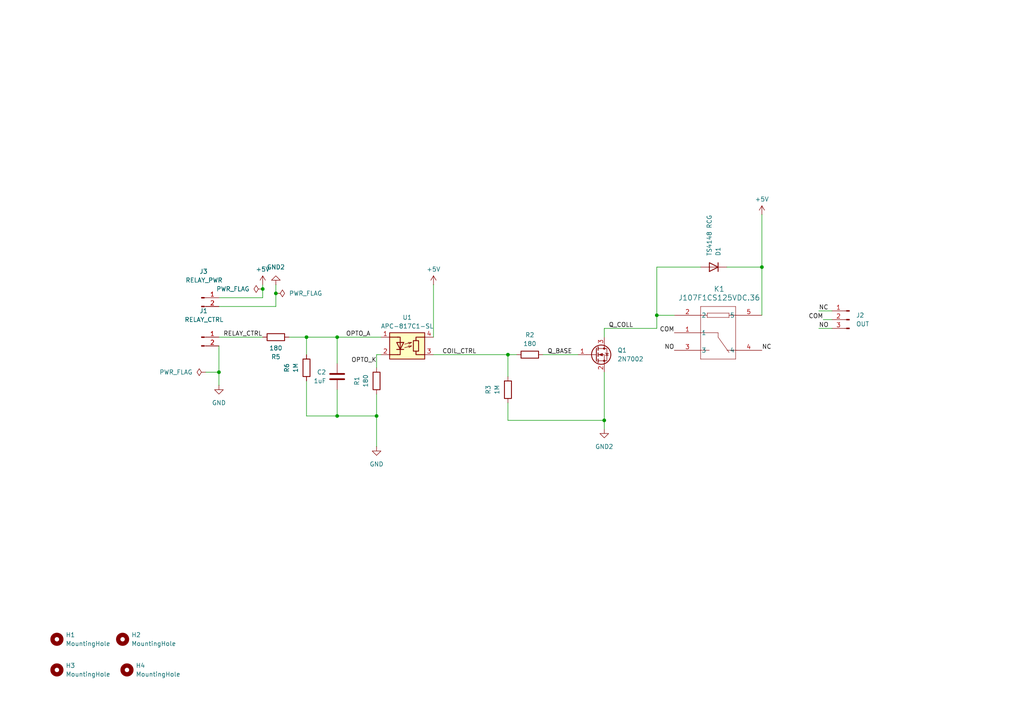
<source format=kicad_sch>
(kicad_sch (version 20231120) (generator "eeschema") (generator_version "8.0")
  (paper "A4")
  (title_block (title "Effective Range RelayDevice") (date "2024-03-28") (rev "v2.1.0") (company "Effective Range Kft") (comment 1 "visit https://creativecommons.org/licenses/by/4.0/") (comment 2 "is licensed under CC BY 4.0. To view a copy of this license,") (comment 3 "License: MrHAT © 2024 by Ferenc Nandor Janky & Attila Gombos") (comment 4 "Design Engineer: Ferenc Janky"))
  (lib_symbols
    (symbol "Connector:Conn_01x02_Pin" (pin_names (offset 1.016) hide)
      (property "Reference" "J" (at 0 2.54 0))
      (property "Value" "Conn_01x02_Pin" (at 0 -5.08 0))
      (symbol "Conn_01x02_Pin_1_1"
        (polyline (pts (xy 1.27 -2.54) (xy 0.8636 -2.54)) (stroke (width 0.1524)))
        (polyline (pts (xy 1.27 0) (xy 0.8636 0)) (stroke (width 0.1524)))
        (rectangle (start 0.8636 -2.413) (end 0 -2.667) (stroke (width 0.1524)) (fill (type outline)))
        (rectangle (start 0.8636 0.127) (end 0 -0.127) (stroke (width 0.1524)) (fill (type outline)))
        (pin passive line (at 5.08 0 180) (length 3.81) (name "Pin_1") (number "1"))
        (pin passive line (at 5.08 -2.54 180) (length 3.81) (name "Pin_2") (number "2"))
      )
    )
    (symbol "Connector:Conn_01x03_Pin" (pin_names (offset 1.016) hide)
      (property "Reference" "J" (at 0 5.08 0))
      (property "Value" "Conn_01x03_Pin" (at 0 -5.08 0))
      (symbol "Conn_01x03_Pin_1_1"
        (polyline (pts (xy 1.27 -2.54) (xy 0.8636 -2.54)) (stroke (width 0.1524)))
        (polyline (pts (xy 1.27 0) (xy 0.8636 0)) (stroke (width 0.1524)))
        (polyline (pts (xy 1.27 2.54) (xy 0.8636 2.54)) (stroke (width 0.1524)))
        (rectangle (start 0.8636 -2.413) (end 0 -2.667) (stroke (width 0.1524)) (fill (type outline)))
        (rectangle (start 0.8636 0.127) (end 0 -0.127) (stroke (width 0.1524)) (fill (type outline)))
        (rectangle (start 0.8636 2.667) (end 0 2.413) (stroke (width 0.1524)) (fill (type outline)))
        (pin passive line (at 5.08 2.54 180) (length 3.81) (name "Pin_1") (number "1"))
        (pin passive line (at 5.08 0 180) (length 3.81) (name "Pin_2") (number "2"))
        (pin passive line (at 5.08 -2.54 180) (length 3.81) (name "Pin_3") (number "3"))
      )
    )
    (symbol "Device:C" (pin_numbers hide) (pin_names (offset 0.254))
      (property "Reference" "C" (at 0.635 2.54 0))
      (property "Value" "C" (at 0.635 -2.54 0))
      (symbol "C_0_1"
        (polyline (pts (xy -2.032 -0.762) (xy 2.032 -0.762)) (stroke (width 0.508)))
        (polyline (pts (xy -2.032 0.762) (xy 2.032 0.762)) (stroke (width 0.508)))
      )
      (symbol "C_1_1"
        (pin passive line (at 0 3.81 270) (length 2.794) (name "~") (number "1"))
        (pin passive line (at 0 -3.81 90) (length 2.794) (name "~") (number "2"))
      )
    )
    (symbol "Device:R" (pin_numbers hide) (pin_names (offset 0))
      (property "Reference" "R" (at 2.032 0 90))
      (property "Value" "R" (at 0 0 90))
      (symbol "R_0_1"
        (rectangle (start -1.016 -2.54) (end 1.016 2.54) (stroke (width 0.254)))
      )
      (symbol "R_1_1"
        (pin passive line (at 0 3.81 270) (length 1.27) (name "~") (number "1"))
        (pin passive line (at 0 -3.81 90) (length 1.27) (name "~") (number "2"))
      )
    )
    (symbol "Diode:1N4001" (pin_numbers hide) (pin_names hide)
      (property "Reference" "D" (at 0 2.54 0))
      (property "Value" "1N4001" (at 0 -2.54 0))
      (symbol "1N4001_0_1"
        (polyline (pts (xy -1.27 1.27) (xy -1.27 -1.27)) (stroke (width 0.254)))
        (polyline (pts (xy 1.27 0) (xy -1.27 0)))
        (polyline (pts (xy 1.27 1.27) (xy 1.27 -1.27) (xy -1.27 0) (xy 1.27 1.27)) (stroke (width 0.254)))
      )
      (symbol "1N4001_1_1"
        (pin passive line (at -3.81 0 0) (length 2.54) (name "K") (number "1"))
        (pin passive line (at 3.81 0 180) (length 2.54) (name "A") (number "2"))
      )
    )
    (symbol "Isolator:NSL-32" (pin_names (offset 0.762) hide)
      (property "Reference" "U" (at 0 5.08 0))
      (property "Value" "NSL-32" (at 0 -5.08 0))
      (symbol "NSL-32_0_1"
        (rectangle (start -5.08 3.81) (end 5.08 -3.81) (stroke (width 0.254)) (fill (type background)))
        (polyline (pts (xy -5.08 2.54) (xy -2.54 2.54)) (stroke (width 0.254)))
        (polyline (pts (xy -2.794 -2.54) (xy -5.08 -2.54)) (stroke (width 0.254)))
        (polyline (pts (xy -1.016 -1.016) (xy -3.048 -1.016) (xy -3.048 -1.016)) (stroke (width 0.254)))
        (polyline (pts (xy -0.762 -0.508) (xy 1.27 0) (xy 1.27 0)))
        (polyline (pts (xy -0.762 0.508) (xy 1.27 1.016) (xy 1.27 1.016)))
        (polyline (pts (xy 2.54 -1.524) (xy 2.54 -2.54) (xy 5.08 -2.54)) (stroke (width 0.254)))
        (polyline (pts (xy 2.54 1.524) (xy 2.54 2.54) (xy 5.08 2.54)) (stroke (width 0.254)))
        (polyline (pts (xy -2.794 -2.54) (xy -2.032 -2.54) (xy -2.032 2.54) (xy -2.794 2.54)) (stroke (width 0.254)))
        (polyline (pts (xy 0.254 0) (xy 1.27 0) (xy 0.508 -0.508) (xy 0.508 -0.508)))
        (polyline (pts (xy 0.254 1.016) (xy 1.27 1.016) (xy 0.508 0.508) (xy 0.508 0.508)))
        (polyline (pts (xy -1.016 1.016) (xy -3.048 1.016) (xy -2.032 -1.016) (xy -1.016 1.016) (xy -1.016 1.016) (xy -1.016 1.016)) (stroke (width 0.254)))
        (rectangle (start 1.778 1.524) (end 3.302 -1.524) (stroke (width 0.254)))
      )
      (symbol "NSL-32_1_1"
        (pin passive line (at -7.62 2.54 0) (length 2.54) (name "A") (number "1"))
        (pin passive line (at -7.62 -2.54 0) (length 2.54) (name "K") (number "2"))
        (pin passive line (at 7.62 -2.54 180) (length 2.54) (name "R") (number "3"))
        (pin passive line (at 7.62 2.54 180) (length 2.54) (name "R") (number "4"))
      )
    )
    (symbol "Mechanical:MountingHole" (pin_names (offset 1.016))
      (property "Reference" "H" (at 0 5.08 0))
      (property "Value" "MountingHole" (at 0 3.175 0))
      (symbol "MountingHole_0_1"
        (circle (center 0 0) (radius 1.27) (stroke (width 1.27)))
      )
    )
    (symbol "Transistor_FET:2N7002" (pin_names hide)
      (property "Reference" "Q" (at 5.08 1.905 0))
      (property "Value" "2N7002" (at 5.08 0 0))
      (symbol "2N7002_0_1"
        (polyline (pts (xy 0.254 0) (xy -2.54 0)))
        (polyline (pts (xy 0.254 1.905) (xy 0.254 -1.905)) (stroke (width 0.254)))
        (polyline (pts (xy 0.762 -1.27) (xy 0.762 -2.286)) (stroke (width 0.254)))
        (polyline (pts (xy 0.762 0.508) (xy 0.762 -0.508)) (stroke (width 0.254)))
        (polyline (pts (xy 0.762 2.286) (xy 0.762 1.27)) (stroke (width 0.254)))
        (polyline (pts (xy 2.54 2.54) (xy 2.54 1.778)))
        (polyline (pts (xy 2.54 -2.54) (xy 2.54 0) (xy 0.762 0)))
        (polyline (pts (xy 0.762 -1.778) (xy 3.302 -1.778) (xy 3.302 1.778) (xy 0.762 1.778)))
        (polyline (pts (xy 1.016 0) (xy 2.032 0.381) (xy 2.032 -0.381) (xy 1.016 0)) (fill (type outline)))
        (polyline (pts (xy 2.794 0.508) (xy 2.921 0.381) (xy 3.683 0.381) (xy 3.81 0.254)))
        (polyline (pts (xy 3.302 0.381) (xy 2.921 -0.254) (xy 3.683 -0.254) (xy 3.302 0.381)))
        (circle (center 1.651 0) (radius 2.794) (stroke (width 0.254)))
        (circle (center 2.54 -1.778) (radius 0.254) (fill (type outline)))
        (circle (center 2.54 1.778) (radius 0.254) (fill (type outline)))
      )
      (symbol "2N7002_1_1"
        (pin input line (at -5.08 0 0) (length 2.54) (name "G") (number "1"))
        (pin passive line (at 2.54 -5.08 90) (length 2.54) (name "S") (number "2"))
        (pin passive line (at 2.54 5.08 270) (length 2.54) (name "D") (number "3"))
      )
    )
    (symbol "power:+5V" (power) (pin_numbers hide) (pin_names (offset 0) hide)
      (property "Value" "+5V" (at 0 3.556 0))
      (symbol "+5V_0_1"
        (polyline (pts (xy -0.762 1.27) (xy 0 2.54)))
        (polyline (pts (xy 0 0) (xy 0 2.54)))
        (polyline (pts (xy 0 2.54) (xy 0.762 1.27)))
      )
      (symbol "+5V_1_1"
        (pin power_in line (at 0 0 90) (length 0) (name "~") (number "1"))
      )
    )
    (symbol "power:GND" (power) (pin_numbers hide) (pin_names (offset 0) hide)
      (property "Value" "GND" (at 0 -3.81 0))
      (symbol "GND_0_1"
        (polyline (pts (xy 0 0) (xy 0 -1.27) (xy 1.27 -1.27) (xy 0 -2.54) (xy -1.27 -1.27) (xy 0 -1.27)))
      )
      (symbol "GND_1_1"
        (pin power_in line (at 0 0 270) (length 0) (name "~") (number "1"))
      )
    )
    (symbol "power:GND2" (power) (pin_numbers hide) (pin_names (offset 0) hide)
      (property "Value" "GND2" (at 0 -3.81 0))
      (symbol "GND2_0_1"
        (polyline (pts (xy 0 0) (xy 0 -1.27) (xy 1.27 -1.27) (xy 0 -2.54) (xy -1.27 -1.27) (xy 0 -1.27)))
      )
      (symbol "GND2_1_1"
        (pin power_in line (at 0 0 270) (length 0) (name "~") (number "1"))
      )
    )
    (symbol "power:PWR_FLAG" (power) (pin_numbers hide) (pin_names (offset 0) hide)
      (property "Value" "PWR_FLAG" (at 0 3.81 0))
      (symbol "PWR_FLAG_0_0"
        (pin power_out line (at 0 0 90) (length 0) (name "~") (number "1"))
      )
      (symbol "PWR_FLAG_0_1"
        (polyline (pts (xy 0 0) (xy 0 1.27) (xy -1.016 1.905) (xy 0 2.54) (xy 1.016 1.905) (xy 0 1.27)))
      )
    )
    (symbol "relay:J107F1CS125VDC.36" (pin_names (offset 0.254))
      (property "Reference" "K" (at 12.7 7.62 0))
      (property "Value" "J107F1CS125VDC.36" (at 20.32 5.08 0))
      (symbol "J107F1CS125VDC.36_0_1"
        (polyline (pts (xy 7.62 -12.7) (xy 17.78 -12.7)) (stroke (width 0.127)))
        (polyline (pts (xy 7.62 -10.16) (xy 10.16 -10.16)) (stroke (width 0.127)))
        (polyline (pts (xy 7.62 -5.08) (xy 12.7 -5.08)) (stroke (width 0.127)))
        (polyline (pts (xy 7.62 0) (xy 9.525 0)) (stroke (width 0.127)))
        (polyline (pts (xy 7.62 2.54) (xy 7.62 -12.7)) (stroke (width 0.127)))
        (polyline (pts (xy 9.525 -0.635) (xy 15.875 -0.635)) (stroke (width 0.127)))
        (polyline (pts (xy 9.525 0.635) (xy 9.525 -0.635)) (stroke (width 0.127)))
        (polyline (pts (xy 9.525 0.635) (xy 15.875 0.635)) (stroke (width 0.127)))
        (polyline (pts (xy 12.7 -6.35) (xy 15.875 -10.795)) (stroke (width 0.127)))
        (polyline (pts (xy 12.7 -5.08) (xy 12.7 -6.35)) (stroke (width 0.127)))
        (polyline (pts (xy 15.875 0.635) (xy 15.875 -0.635)) (stroke (width 0.127)))
        (polyline (pts (xy 17.78 -12.7) (xy 17.78 2.54)) (stroke (width 0.127)))
        (polyline (pts (xy 17.78 0) (xy 15.875 0)) (stroke (width 0.127)))
        (polyline (pts (xy 17.78 2.54) (xy 7.62 2.54)) (stroke (width 0.127)))
        (polyline (pts (xy 18.415 -10.16) (xy 15.24 -10.16)) (stroke (width 0.127)))
        (pin passive line (at 0 -5.08 0) (length 7.62) (name "1") (number "1"))
        (pin passive line (at 0 0 0) (length 7.62) (name "2") (number "2"))
        (pin passive line (at 0 -10.16 0) (length 7.62) (name "3") (number "3"))
        (pin passive line (at 25.4 -10.16 180) (length 7.62) (name "4") (number "4"))
      )
      (symbol "J107F1CS125VDC.36_1_1"
        (pin passive line (at 25.4 0 180) (length 7.62) (name "5") (number "5"))
      )
    )
  )
  (junction (at 76.2 83.82))
  (junction (at 63.5 107.95))
  (junction (at 97.79 120.65))
  (junction (at 88.9 97.79))
  (junction (at 97.79 97.79))
  (junction (at 220.98 77.47))
  (junction (at 147.32 102.87))
  (junction (at 109.22 120.65))
  (junction (at 190.5 91.44))
  (junction (at 175.26 121.92))
  (junction (at 80.01 85.09))
  (wire (pts (xy 190.5 95.25) (xy 175.26 95.25)))
  (wire (pts (xy 76.2 82.55) (xy 76.2 83.82)))
  (wire (pts (xy 109.22 114.3) (xy 109.22 120.65)))
  (wire (pts (xy 190.5 91.44) (xy 190.5 95.25)))
  (wire (pts (xy 238.76 92.71) (xy 241.3 92.71)))
  (wire (pts (xy 109.22 102.87) (xy 109.22 106.68)))
  (wire (pts (xy 88.9 97.79) (xy 88.9 102.87)))
  (wire (pts (xy 109.22 120.65) (xy 109.22 129.54)))
  (wire (pts (xy 125.73 82.55) (xy 125.73 97.79)))
  (wire (pts (xy 80.01 82.55) (xy 80.01 85.09)))
  (wire (pts (xy 175.26 95.25) (xy 175.26 97.79)))
  (wire (pts (xy 97.79 97.79) (xy 110.49 97.79)))
  (wire (pts (xy 147.32 121.92) (xy 175.26 121.92)))
  (wire (pts (xy 147.32 109.22) (xy 147.32 102.87)))
  (wire (pts (xy 237.49 95.25) (xy 241.3 95.25)))
  (wire (pts (xy 80.01 88.9) (xy 63.5 88.9)))
  (wire (pts (xy 125.73 102.87) (xy 147.32 102.87)))
  (wire (pts (xy 147.32 102.87) (xy 149.86 102.87)))
  (wire (pts (xy 190.5 77.47) (xy 190.5 91.44)))
  (wire (pts (xy 175.26 107.95) (xy 175.26 121.92)))
  (wire (pts (xy 63.5 97.79) (xy 76.2 97.79)))
  (wire (pts (xy 190.5 91.44) (xy 195.58 91.44)))
  (wire (pts (xy 147.32 116.84) (xy 147.32 121.92)))
  (wire (pts (xy 80.01 85.09) (xy 80.01 88.9)))
  (wire (pts (xy 203.2 77.47) (xy 190.5 77.47)))
  (wire (pts (xy 97.79 113.03) (xy 97.79 120.65)))
  (wire (pts (xy 157.48 102.87) (xy 167.64 102.87)))
  (wire (pts (xy 63.5 100.33) (xy 63.5 107.95)))
  (wire (pts (xy 220.98 77.47) (xy 210.82 77.47)))
  (wire (pts (xy 83.82 97.79) (xy 88.9 97.79)))
  (wire (pts (xy 110.49 102.87) (xy 109.22 102.87)))
  (wire (pts (xy 59.69 107.95) (xy 63.5 107.95)))
  (wire (pts (xy 63.5 107.95) (xy 63.5 111.76)))
  (wire (pts (xy 88.9 120.65) (xy 97.79 120.65)))
  (wire (pts (xy 237.49 90.17) (xy 241.3 90.17)))
  (wire (pts (xy 97.79 120.65) (xy 109.22 120.65)))
  (wire (pts (xy 88.9 97.79) (xy 97.79 97.79)))
  (wire (pts (xy 88.9 110.49) (xy 88.9 120.65)))
  (wire (pts (xy 76.2 86.36) (xy 63.5 86.36)))
  (wire (pts (xy 97.79 97.79) (xy 97.79 105.41)))
  (wire (pts (xy 220.98 77.47) (xy 220.98 91.44)))
  (wire (pts (xy 220.98 62.23) (xy 220.98 77.47)))
  (wire (pts (xy 76.2 83.82) (xy 76.2 86.36)))
  (wire (pts (xy 175.26 121.92) (xy 175.26 124.46)))
  (label "OPTO_A" (at 100.33 97.79 0))
  (label "Q_BASE" (at 158.75 102.87 0))
  (label "NC" (at 237.49 90.17 0))
  (label "NC" (at 220.98 101.6 0))
  (label "COM" (at 195.58 96.52 180))
  (label "COIL_CTRL" (at 128.27 102.87 0))
  (label "NO" (at 195.58 101.6 180))
  (label "Q_COLL" (at 176.53 95.25 0))
  (label "OPTO_K" (at 109.22 105.41 180))
  (label "RELAY_CTRL" (at 64.77 97.79 0))
  (label "COM" (at 238.76 92.71 180))
  (label "NO" (at 237.49 95.25 0))
  (symbol (lib_id "Transistor_FET:2N7002") (at 172.72 102.87 0) (unit 1)
    (property "Reference" "Q1" (at 179.07 101.5999 0) (effects (justify left)))
    (property "Value" "2N7002" (at 179.07 104.1399 0) (effects (justify left)))
    (property "Footprint" "Package_TO_SOT_SMD:SOT-23" (effects (hide yes)))
    (property "Datasheet" "https://www.onsemi.com/pub/Collateral/NDS7002A-D.PDF" (effects (hide yes)))
    (property "Description" "0.115A Id, 60V Vds, N-Channel MOSFET, SOT-23" (effects (hide yes)))
    (property "MPN" "2N7002" (effects (hide yes)))
    (property "Manufacturer" "onsemi" (effects (hide yes)))
    (property "SupplierLink" "https://www.digikey.hu/en/products/detail/onsemi/2n7002/244345" (effects (hide yes)))
  )
  (symbol (lib_id "power:PWR_FLAG") (at 80.01 85.09 270) (mirror x) (unit 1)
    (property "Reference" "#FLG01" (effects (hide yes)))
    (property "Value" "PWR_FLAG" (at 83.82 85.0899 90) (effects (justify left)))
    (property "Description" "Special symbol for telling ERC where power comes from" (effects (hide yes)))
  )
  (symbol (lib_id "Connector:Conn_01x03_Pin") (at 246.38 92.71 0) (mirror y) (unit 1)
    (property "Reference" "J2" (at 248.285 91.44 0) (effects (justify right)))
    (property "Value" "OUT" (at 248.285 93.98 0) (effects (justify right)))
    (property "Footprint" "relay:CONN_1935174_PXC" (effects (hide yes)))
    (property "MPN" "1935174" (effects (hide yes)))
    (property "Manufacturer" "Phoenix Contact" (effects (hide yes)))
    (property "SupplierLink" "https://www.digikey.hu/en/products/detail/phoenix-contact/1935174/568615" (effects (hide yes)))
  )
  (symbol (lib_id "power:+5V") (at 125.73 82.55 0) (unit 1)
    (property "Reference" "#PWR01" (effects (hide yes)))
    (property "Value" "+5V" (at 125.73 78.105 0))
    (property "Description" "Power symbol creates a global label with name \"+5V\"" (effects (hide yes)))
  )
  (symbol (lib_id "power:GND2") (at 175.26 124.46 0) (unit 1)
    (property "Reference" "#PWR02" (effects (hide yes)))
    (property "Value" "GND2" (at 175.26 129.54 0))
    (property "Description" "Power symbol creates a global label with name \"GND2\" , ground" (effects (hide yes)))
  )
  (symbol (lib_id "power:PWR_FLAG") (at 59.69 107.95 90) (unit 1)
    (property "Reference" "#FLG03" (effects (hide yes)))
    (property "Value" "PWR_FLAG" (at 55.88 107.9499 90) (effects (justify left)))
    (property "Description" "Special symbol for telling ERC where power comes from" (effects (hide yes)))
  )
  (symbol (lib_id "power:GND") (at 109.22 129.54 0) (unit 1)
    (property "Reference" "#PWR0102" (effects (hide yes)))
    (property "Value" "GND" (at 109.22 134.62 0))
    (property "Description" "Power symbol creates a global label with name \"GND\" , ground" (effects (hide yes)))
  )
  (symbol (lib_id "power:GND2") (at 80.01 82.55 0) (mirror x) (unit 1)
    (property "Reference" "#PWR03" (effects (hide yes)))
    (property "Value" "GND2" (at 80.01 77.47 0))
    (property "Description" "Power symbol creates a global label with name \"GND2\" , ground" (effects (hide yes)))
  )
  (symbol (lib_id "Device:R") (at 147.32 113.03 0) (mirror y) (unit 1)
    (property "Reference" "R3" (at 141.605 113.03 90))
    (property "Value" "1M" (at 144.145 113.03 90))
    (property "Footprint" "Resistor_SMD:R_0603_1608Metric" (effects (hide yes)))
    (property "MPN" "ERJ-PA3J105V" (effects (hide yes)))
    (property "Manufacturer" "Panasonic Electronic Components" (effects (hide yes)))
    (property "SupplierLink" "https://www.digikey.hu/en/products/detail/panasonic-electronic-components/ERJ-PA3J105V/5035973" (effects (hide yes)))
  )
  (symbol (lib_id "power:GND") (at 63.5 111.76 0) (unit 1)
    (property "Reference" "#PWR0104" (effects (hide yes)))
    (property "Value" "GND" (at 63.5 116.84 0))
    (property "Description" "Power symbol creates a global label with name \"GND\" , ground" (effects (hide yes)))
  )
  (symbol (lib_id "Device:R") (at 109.22 110.49 180) (unit 1)
    (property "Reference" "R1" (at 103.505 110.49 90))
    (property "Value" "180" (at 106.045 110.49 90))
    (property "Footprint" "Resistor_SMD:R_0603_1608Metric" (effects (hide yes)))
    (property "MPN" "ERJ-PA3F1800V" (effects (hide yes)))
    (property "Manufacturer" "Panasonic Electronic Components" (effects (hide yes)))
    (property "SupplierLink" "https://www.digikey.hu/en/products/detail/panasonic-electronic-components/ERJ-PA3F1800V/5035878" (effects (hide yes)))
  )
  (symbol (lib_id "power:+5V") (at 76.2 82.55 0) (unit 1)
    (property "Reference" "#PWR0105" (effects (hide yes)))
    (property "Value" "+5V" (at 76.2 78.105 0))
    (property "Description" "Power symbol creates a global label with name \"+5V\"" (effects (hide yes)))
  )
  (symbol (lib_id "Mechanical:MountingHole") (at 35.56 185.42 0) (unit 1) (in_bom no)
    (property "Reference" "H2" (at 38.1 184.1499 0) (effects (justify left)))
    (property "Value" "MountingHole" (at 38.1 186.6899 0) (effects (justify left)))
    (property "Footprint" "MountingHole:MountingHole_2.7mm_M2.5_DIN965" (effects (hide yes)))
    (property "Description" "Mounting Hole without connection" (effects (hide yes)))
  )
  (symbol (lib_id "Device:R") (at 80.01 97.79 90) (mirror x) (unit 1)
    (property "Reference" "R5" (at 80.01 103.505 90))
    (property "Value" "180" (at 80.01 100.965 90))
    (property "Footprint" "Resistor_SMD:R_0603_1608Metric" (effects (hide yes)))
    (property "MPN" "ERJ-PA3F1800V" (effects (hide yes)))
    (property "Manufacturer" "Panasonic Electronic Components" (effects (hide yes)))
    (property "SupplierLink" "https://www.digikey.hu/en/products/detail/panasonic-electronic-components/ERJ-PA3F1800V/5035878" (effects (hide yes)))
  )
  (symbol (lib_id "Device:R") (at 88.9 106.68 0) (mirror y) (unit 1)
    (property "Reference" "R6" (at 83.185 106.68 90))
    (property "Value" "1M" (at 85.725 106.68 90))
    (property "Footprint" "Resistor_SMD:R_0603_1608Metric" (effects (hide yes)))
    (property "MPN" "ERJ-PA3J105V" (effects (hide yes)))
    (property "Manufacturer" "Panasonic Electronic Components" (effects (hide yes)))
    (property "SupplierLink" "https://www.digikey.hu/en/products/detail/panasonic-electronic-components/ERJ-PA3J105V/5035973" (effects (hide yes)))
  )
  (symbol (lib_id "Connector:Conn_01x02_Pin") (at 58.42 86.36 0) (unit 1)
    (property "Reference" "J3" (at 59.055 78.74 0))
    (property "Value" "RELAY_PWR" (at 59.182 81.28 0))
    (property "Footprint" "Connector_PinHeader_2.54mm:PinHeader_1x02_P2.54mm_Vertical" (effects (hide yes)))
    (property "Description" "Generic connector, single row, 01x02, script generated" (effects (hide yes)))
    (property "MPN" "61300211121" (effects (hide yes)))
    (property "Manufacturer" "Würth Elektronik" (effects (hide yes)))
    (property "SupplierLink" "https://www.digikey.hu/en/products/detail/w%C3%BCrth-elektronik/61300411121/4846827" (effects (hide yes)))
  )
  (symbol (lib_id "Mechanical:MountingHole") (at 16.51 185.42 0) (unit 1) (in_bom no)
    (property "Reference" "H1" (at 19.05 184.1499 0) (effects (justify left)))
    (property "Value" "MountingHole" (at 19.05 186.6899 0) (effects (justify left)))
    (property "Footprint" "MountingHole:MountingHole_2.7mm_M2.5_DIN965" (effects (hide yes)))
    (property "Description" "Mounting Hole without connection" (effects (hide yes)))
  )
  (symbol (lib_id "Mechanical:MountingHole") (at 36.83 194.31 0) (unit 1) (in_bom no)
    (property "Reference" "H4" (at 39.37 193.0399 0) (effects (justify left)))
    (property "Value" "MountingHole" (at 39.37 195.5799 0) (effects (justify left)))
    (property "Footprint" "MountingHole:MountingHole_2.7mm_M2.5_DIN965" (effects (hide yes)))
    (property "Description" "Mounting Hole without connection" (effects (hide yes)))
  )
  (symbol (lib_id "Device:R") (at 153.67 102.87 270) (mirror x) (unit 1)
    (property "Reference" "R2" (at 153.67 97.155 90))
    (property "Value" "180" (at 153.67 99.695 90))
    (property "Footprint" "Resistor_SMD:R_0603_1608Metric" (effects (hide yes)))
    (property "MPN" "ERJ-PA3F1800V" (effects (hide yes)))
    (property "Manufacturer" "Panasonic Electronic Components" (effects (hide yes)))
    (property "SupplierLink" "https://www.digikey.hu/en/products/detail/panasonic-electronic-components/ERJ-PA3F1800V/5035878" (effects (hide yes)))
  )
  (symbol (lib_id "Device:C") (at 97.79 109.22 0) (mirror y) (unit 1)
    (property "Reference" "C2" (at 94.615 107.95 0) (effects (justify left)))
    (property "Value" "1uF" (at 94.615 110.49 0) (effects (justify left)))
    (property "Footprint" "Capacitor_SMD:C_0603_1608Metric_Pad1.08x0.95mm_HandSolder" (effects (hide yes)))
    (property "Description" "Unpolarized capacitor" (effects (hide yes)))
    (property "MPN" "GRM188R61A105KA61D" (effects (hide yes)))
  )
  (symbol (lib_id "power:PWR_FLAG") (at 76.2 83.82 90) (unit 1)
    (property "Reference" "#FLG02" (effects (hide yes)))
    (property "Value" "PWR_FLAG" (at 72.39 83.8199 90) (effects (justify left)))
    (property "Description" "Special symbol for telling ERC where power comes from" (effects (hide yes)))
  )
  (symbol (lib_id "Mechanical:MountingHole") (at 16.51 194.31 0) (unit 1) (in_bom no)
    (property "Reference" "H3" (at 19.05 193.0399 0) (effects (justify left)))
    (property "Value" "MountingHole" (at 19.05 195.5799 0) (effects (justify left)))
    (property "Footprint" "MountingHole:MountingHole_2.7mm_M2.5_DIN965" (effects (hide yes)))
    (property "Description" "Mounting Hole without connection" (effects (hide yes)))
  )
  (symbol (lib_id "power:+5V") (at 220.98 62.23 0) (unit 1)
    (property "Reference" "#PWR0101" (effects (hide yes)))
    (property "Value" "+5V" (at 220.98 57.785 0))
    (property "Description" "Power symbol creates a global label with name \"+5V\"" (effects (hide yes)))
  )
  (symbol (lib_id "Diode:1N4001") (at 207.01 77.47 180) (unit 1)
    (property "Reference" "D1" (at 208.28 74.295 90) (effects (justify right)))
    (property "Value" "TS4148 RCG" (at 205.74 74.295 90) (effects (justify right)))
    (property "Footprint" "Diode_SMD:D_0603_1608Metric" (effects (hide yes)))
    (property "Datasheet" "http://www.vishay.com/docs/88503/1n4001.pdf" (effects (hide yes)))
    (property "Sim.Device" "D" (effects (hide yes)))
    (property "Sim.Pins" "1=K 2=A" (effects (hide yes)))
    (property "MPN" "TS4148 RCG" (effects (hide yes)))
    (property "Manufacturer" "Taiwan Semiconductor Corporation" (effects (hide yes)))
    (property "SupplierLink" "https://www.digikey.hu/en/products/detail/taiwan-semiconductor-corporation/TS4148-RCG/7359811" (effects (hide yes)))
  )
  (symbol (lib_id "Connector:Conn_01x02_Pin") (at 58.42 97.79 0) (unit 1)
    (property "Reference" "J1" (at 59.055 90.17 0))
    (property "Value" "RELAY_CTRL" (at 59.182 92.71 0))
    (property "Footprint" "Connector_PinHeader_2.54mm:PinHeader_1x02_P2.54mm_Vertical" (effects (hide yes)))
    (property "Description" "Generic connector, single row, 01x02, script generated" (effects (hide yes)))
    (property "MPN" "61300211121" (effects (hide yes)))
    (property "Manufacturer" "Würth Elektronik" (effects (hide yes)))
    (property "SupplierLink" "https://www.digikey.hu/en/products/detail/w%C3%BCrth-elektronik/61300411121/4846827" (effects (hide yes)))
  )
  (symbol (lib_id "relay:J107F1CS125VDC.36") (at 195.58 91.44 0) (unit 1)
    (property "Reference" "K1" (at 208.5975 83.82 0) (effects (font (size 1.524 1.524))))
    (property "Value" "J107F1CS125VDC.36" (at 208.5975 86.36 0) (effects (font (size 1.524 1.524))))
    (property "Footprint" "relay:RELAY5_J107F-1C_CRS" (effects (hide yes)))
    (property "Datasheet" "J107F1CS125VDC.36" (effects (hide yes)))
    (property "MPN" "J107F1CS125VDC.36" (effects (hide yes)))
    (property "Manufacturer" "CIT Relay and Switch" (effects (hide yes)))
    (property "SupplierLink" "https://www.digikey.hu/en/products/detail/cit-relay-and-switch/J107F1CS125VDC-36/14002162" (effects (hide yes)))
  )
  (symbol (lib_id "Isolator:NSL-32") (at 118.11 100.33 0) (unit 1)
    (property "Reference" "U1" (at 118.11 92.075 0))
    (property "Value" "APC-817C1-SL" (at 118.11 94.615 0))
    (property "Footprint" "relay:APC-817C1-SL" (effects (hide yes)))
    (property "Datasheet" "http://lunainc.com/wp-content/uploads/2016/06/NSL-32.pdf" (effects (hide yes)))
    (property "MPN" "APC-817C1-SL" (effects (hide yes)))
    (property "Manufacturer" "American Bright Optoelectronics Corporation" (effects (hide yes)))
    (property "SupplierLink" "https://www.digikey.hu/en/products/detail/american-bright-optoelectronics-corporation/apc-817c1-sl/16273175" (effects (hide yes)))
  )
)
</source>
